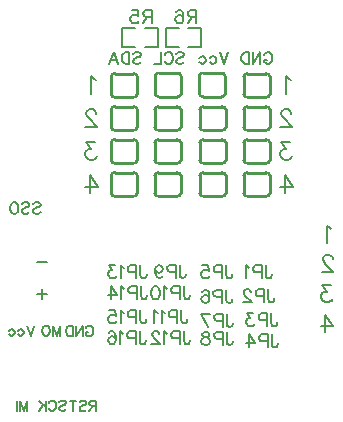
<source format=gbo>
G04 ---------------------------- Layer name :BOTTOM SILK LAYER*
G04 EasyEDA v5.5.15, Tue, 26 Jun 2018 10:07:45 GMT*
G04 6b00658ecf034e76a6cd097d3bdf46c6*
G04 Gerber Generator version 0.2*
G04 Scale: 100 percent, Rotated: No, Reflected: No *
G04 Dimensions in inches *
G04 leading zeros omitted , absolute positions ,2 integer and 4 decimal *
%FSLAX24Y24*%
%MOIN*%
G90*
G70D02*

%ADD10C,0.010000*%
%ADD32C,0.007874*%
%ADD33C,0.008000*%
%ADD37C,0.007000*%
%ADD38C,0.006000*%

%LPD*%
G54D32*
G01X4672Y13684D02*
G01X5105Y13684D01*
G01X5105Y14315D01*
G01X4672Y14315D01*
G01X4357Y13684D02*
G01X3924Y13684D01*
G01X3924Y14078D01*
G01X3924Y14315D01*
G01X4357Y14315D01*
G01X6122Y13684D02*
G01X6555Y13684D01*
G01X6555Y14315D01*
G01X6122Y14315D01*
G01X5807Y13684D02*
G01X5374Y13684D01*
G01X5374Y14078D01*
G01X5374Y14315D01*
G01X5807Y14315D01*
G54D10*
G01X8719Y12009D02*
G01X8100Y12009D01*
G01X8840Y12100D02*
G01X8840Y12700D01*
G01X7980Y12100D02*
G01X7980Y12700D01*
G01X8100Y12790D02*
G01X8719Y12790D01*
G01X8719Y10909D02*
G01X8100Y10909D01*
G01X8840Y11000D02*
G01X8840Y11600D01*
G01X7980Y11000D02*
G01X7980Y11600D01*
G01X8100Y11690D02*
G01X8719Y11690D01*
G01X8719Y9809D02*
G01X8100Y9809D01*
G01X8840Y9900D02*
G01X8840Y10500D01*
G01X7980Y9900D02*
G01X7980Y10500D01*
G01X8100Y10590D02*
G01X8719Y10590D01*
G01X8719Y8709D02*
G01X8100Y8709D01*
G01X8840Y8800D02*
G01X8840Y9400D01*
G01X7980Y8800D02*
G01X7980Y9400D01*
G01X8100Y9490D02*
G01X8719Y9490D01*
G01X6613Y12807D02*
G01X7232Y12807D01*
G01X6492Y12717D02*
G01X6492Y12117D01*
G01X7353Y12717D02*
G01X7353Y12117D01*
G01X7232Y12028D02*
G01X6613Y12028D01*
G01X6630Y11690D02*
G01X7250Y11690D01*
G01X6509Y11600D02*
G01X6509Y11000D01*
G01X7369Y11600D02*
G01X7369Y11000D01*
G01X7250Y10909D02*
G01X6630Y10909D01*
G01X6630Y10590D02*
G01X7250Y10590D01*
G01X6509Y10500D02*
G01X6509Y9900D01*
G01X7369Y10500D02*
G01X7369Y9900D01*
G01X7250Y9809D02*
G01X6630Y9809D01*
G01X6630Y9490D02*
G01X7250Y9490D01*
G01X6509Y9400D02*
G01X6509Y8800D01*
G01X7369Y9400D02*
G01X7369Y8800D01*
G01X7250Y8709D02*
G01X6630Y8709D01*
G01X5130Y11690D02*
G01X5750Y11690D01*
G01X5009Y11600D02*
G01X5009Y11000D01*
G01X5869Y11600D02*
G01X5869Y11000D01*
G01X5750Y10909D02*
G01X5130Y10909D01*
G01X5130Y10590D02*
G01X5750Y10590D01*
G01X5009Y10500D02*
G01X5009Y9900D01*
G01X5869Y10500D02*
G01X5869Y9900D01*
G01X5750Y9809D02*
G01X5130Y9809D01*
G01X5130Y9490D02*
G01X5750Y9490D01*
G01X5009Y9400D02*
G01X5009Y8800D01*
G01X5869Y9400D02*
G01X5869Y8800D01*
G01X5750Y8709D02*
G01X5130Y8709D01*
G01X3680Y12790D02*
G01X4300Y12790D01*
G01X3559Y12700D02*
G01X3559Y12100D01*
G01X4419Y12700D02*
G01X4419Y12100D01*
G01X4300Y12009D02*
G01X3680Y12009D01*
G01X3680Y11690D02*
G01X4300Y11690D01*
G01X3559Y11600D02*
G01X3559Y11000D01*
G01X4419Y11600D02*
G01X4419Y11000D01*
G01X4300Y10909D02*
G01X3680Y10909D01*
G01X3680Y10590D02*
G01X4300Y10590D01*
G01X3559Y10500D02*
G01X3559Y9900D01*
G01X4419Y10500D02*
G01X4419Y9900D01*
G01X4300Y9809D02*
G01X3680Y9809D01*
G01X3680Y9490D02*
G01X4300Y9490D01*
G01X3559Y9400D02*
G01X3559Y8800D01*
G01X4419Y9400D02*
G01X4419Y8800D01*
G01X4300Y8709D02*
G01X3680Y8709D01*
G01X5144Y12807D02*
G01X5765Y12807D01*
G01X5025Y12717D02*
G01X5025Y12117D01*
G01X5884Y12717D02*
G01X5884Y12117D01*
G01X5765Y12028D02*
G01X5144Y12028D01*
G54D37*
G01X4907Y14900D02*
G01X4907Y14471D01*
G01X4907Y14900D02*
G01X4723Y14900D01*
G01X4662Y14880D01*
G01X4641Y14860D01*
G01X4621Y14819D01*
G01X4621Y14778D01*
G01X4641Y14737D01*
G01X4662Y14716D01*
G01X4723Y14696D01*
G01X4907Y14696D01*
G01X4764Y14696D02*
G01X4621Y14471D01*
G01X4240Y14900D02*
G01X4445Y14900D01*
G01X4465Y14716D01*
G01X4445Y14737D01*
G01X4383Y14757D01*
G01X4322Y14757D01*
G01X4261Y14737D01*
G01X4220Y14696D01*
G01X4199Y14635D01*
G01X4199Y14594D01*
G01X4220Y14532D01*
G01X4261Y14491D01*
G01X4322Y14471D01*
G01X4383Y14471D01*
G01X4445Y14491D01*
G01X4465Y14512D01*
G01X4486Y14553D01*
G01X6387Y14900D02*
G01X6387Y14471D01*
G01X6387Y14900D02*
G01X6203Y14900D01*
G01X6142Y14880D01*
G01X6121Y14860D01*
G01X6101Y14819D01*
G01X6101Y14778D01*
G01X6121Y14737D01*
G01X6142Y14716D01*
G01X6203Y14696D01*
G01X6387Y14696D01*
G01X6244Y14696D02*
G01X6101Y14471D01*
G01X5720Y14839D02*
G01X5741Y14880D01*
G01X5802Y14900D01*
G01X5843Y14900D01*
G01X5904Y14880D01*
G01X5945Y14819D01*
G01X5966Y14716D01*
G01X5966Y14614D01*
G01X5945Y14532D01*
G01X5904Y14491D01*
G01X5843Y14471D01*
G01X5822Y14471D01*
G01X5761Y14491D01*
G01X5720Y14532D01*
G01X5700Y14594D01*
G01X5700Y14614D01*
G01X5720Y14675D01*
G01X5761Y14716D01*
G01X5822Y14737D01*
G01X5843Y14737D01*
G01X5904Y14716D01*
G01X5945Y14675D01*
G01X5966Y14614D01*
G01X8707Y6400D02*
G01X8707Y6073D01*
G01X8728Y6012D01*
G01X8748Y5991D01*
G01X8789Y5971D01*
G01X8830Y5971D01*
G01X8871Y5991D01*
G01X8892Y6012D01*
G01X8912Y6073D01*
G01X8912Y6114D01*
G01X8572Y6400D02*
G01X8572Y5971D01*
G01X8572Y6400D02*
G01X8388Y6400D01*
G01X8327Y6380D01*
G01X8307Y6360D01*
G01X8286Y6319D01*
G01X8286Y6257D01*
G01X8307Y6216D01*
G01X8327Y6196D01*
G01X8388Y6175D01*
G01X8572Y6175D01*
G01X8151Y6319D02*
G01X8110Y6339D01*
G01X8049Y6400D01*
G01X8049Y5971D01*
G01X8791Y5600D02*
G01X8791Y5273D01*
G01X8812Y5212D01*
G01X8832Y5191D01*
G01X8873Y5171D01*
G01X8914Y5171D01*
G01X8955Y5191D01*
G01X8976Y5212D01*
G01X8996Y5273D01*
G01X8996Y5314D01*
G01X8656Y5600D02*
G01X8656Y5171D01*
G01X8656Y5600D02*
G01X8472Y5600D01*
G01X8411Y5580D01*
G01X8391Y5560D01*
G01X8370Y5519D01*
G01X8370Y5457D01*
G01X8391Y5416D01*
G01X8411Y5396D01*
G01X8472Y5375D01*
G01X8656Y5375D01*
G01X8215Y5498D02*
G01X8215Y5519D01*
G01X8194Y5560D01*
G01X8174Y5580D01*
G01X8133Y5600D01*
G01X8051Y5600D01*
G01X8010Y5580D01*
G01X7990Y5560D01*
G01X7969Y5519D01*
G01X7969Y5478D01*
G01X7990Y5437D01*
G01X8031Y5375D01*
G01X8235Y5171D01*
G01X7949Y5171D01*
G01X8891Y4800D02*
G01X8891Y4473D01*
G01X8912Y4412D01*
G01X8932Y4391D01*
G01X8973Y4371D01*
G01X9014Y4371D01*
G01X9055Y4391D01*
G01X9076Y4412D01*
G01X9096Y4473D01*
G01X9096Y4514D01*
G01X8756Y4800D02*
G01X8756Y4371D01*
G01X8756Y4800D02*
G01X8572Y4800D01*
G01X8511Y4780D01*
G01X8491Y4760D01*
G01X8470Y4719D01*
G01X8470Y4657D01*
G01X8491Y4616D01*
G01X8511Y4596D01*
G01X8572Y4575D01*
G01X8756Y4575D01*
G01X8294Y4800D02*
G01X8069Y4800D01*
G01X8192Y4637D01*
G01X8131Y4637D01*
G01X8090Y4616D01*
G01X8069Y4596D01*
G01X8049Y4535D01*
G01X8049Y4494D01*
G01X8069Y4432D01*
G01X8110Y4391D01*
G01X8171Y4371D01*
G01X8233Y4371D01*
G01X8294Y4391D01*
G01X8315Y4412D01*
G01X8335Y4453D01*
G01X8912Y4100D02*
G01X8912Y3773D01*
G01X8933Y3712D01*
G01X8953Y3691D01*
G01X8994Y3671D01*
G01X9035Y3671D01*
G01X9076Y3691D01*
G01X9097Y3712D01*
G01X9117Y3773D01*
G01X9117Y3814D01*
G01X8777Y4100D02*
G01X8777Y3671D01*
G01X8777Y4100D02*
G01X8593Y4100D01*
G01X8532Y4080D01*
G01X8512Y4060D01*
G01X8491Y4019D01*
G01X8491Y3957D01*
G01X8512Y3916D01*
G01X8532Y3896D01*
G01X8593Y3875D01*
G01X8777Y3875D01*
G01X8152Y4100D02*
G01X8356Y3814D01*
G01X8049Y3814D01*
G01X8152Y4100D02*
G01X8152Y3671D01*
G01X7391Y6399D02*
G01X7391Y6072D01*
G01X7412Y6011D01*
G01X7432Y5990D01*
G01X7473Y5970D01*
G01X7514Y5970D01*
G01X7555Y5990D01*
G01X7576Y6011D01*
G01X7596Y6072D01*
G01X7596Y6113D01*
G01X7256Y6399D02*
G01X7256Y5970D01*
G01X7256Y6399D02*
G01X7072Y6399D01*
G01X7011Y6379D01*
G01X6991Y6359D01*
G01X6970Y6318D01*
G01X6970Y6256D01*
G01X6991Y6215D01*
G01X7011Y6195D01*
G01X7072Y6174D01*
G01X7256Y6174D01*
G01X6590Y6399D02*
G01X6794Y6399D01*
G01X6815Y6215D01*
G01X6794Y6236D01*
G01X6733Y6256D01*
G01X6671Y6256D01*
G01X6610Y6236D01*
G01X6569Y6195D01*
G01X6549Y6134D01*
G01X6549Y6093D01*
G01X6569Y6031D01*
G01X6610Y5990D01*
G01X6671Y5970D01*
G01X6733Y5970D01*
G01X6794Y5990D01*
G01X6815Y6011D01*
G01X6835Y6052D01*
G01X7388Y5581D02*
G01X7388Y5254D01*
G01X7409Y5193D01*
G01X7429Y5172D01*
G01X7470Y5152D01*
G01X7511Y5152D01*
G01X7552Y5172D01*
G01X7573Y5193D01*
G01X7593Y5254D01*
G01X7593Y5295D01*
G01X7253Y5581D02*
G01X7253Y5152D01*
G01X7253Y5581D02*
G01X7069Y5581D01*
G01X7008Y5561D01*
G01X6988Y5541D01*
G01X6967Y5500D01*
G01X6967Y5438D01*
G01X6988Y5397D01*
G01X7008Y5377D01*
G01X7069Y5356D01*
G01X7253Y5356D01*
G01X6587Y5520D02*
G01X6607Y5561D01*
G01X6668Y5581D01*
G01X6709Y5581D01*
G01X6771Y5561D01*
G01X6812Y5500D01*
G01X6832Y5397D01*
G01X6832Y5295D01*
G01X6812Y5213D01*
G01X6771Y5172D01*
G01X6709Y5152D01*
G01X6689Y5152D01*
G01X6628Y5172D01*
G01X6587Y5213D01*
G01X6566Y5275D01*
G01X6566Y5295D01*
G01X6587Y5356D01*
G01X6628Y5397D01*
G01X6689Y5418D01*
G01X6709Y5418D01*
G01X6771Y5397D01*
G01X6812Y5356D01*
G01X6832Y5295D01*
G01X7409Y4782D02*
G01X7409Y4455D01*
G01X7430Y4394D01*
G01X7450Y4373D01*
G01X7491Y4353D01*
G01X7532Y4353D01*
G01X7573Y4373D01*
G01X7594Y4394D01*
G01X7614Y4455D01*
G01X7614Y4496D01*
G01X7274Y4782D02*
G01X7274Y4353D01*
G01X7274Y4782D02*
G01X7090Y4782D01*
G01X7029Y4762D01*
G01X7009Y4742D01*
G01X6988Y4701D01*
G01X6988Y4639D01*
G01X7009Y4598D01*
G01X7029Y4578D01*
G01X7090Y4557D01*
G01X7274Y4557D01*
G01X6567Y4782D02*
G01X6771Y4353D01*
G01X6853Y4782D02*
G01X6567Y4782D01*
G01X7409Y4182D02*
G01X7409Y3855D01*
G01X7430Y3794D01*
G01X7450Y3773D01*
G01X7491Y3753D01*
G01X7532Y3753D01*
G01X7573Y3773D01*
G01X7594Y3794D01*
G01X7614Y3855D01*
G01X7614Y3896D01*
G01X7274Y4182D02*
G01X7274Y3753D01*
G01X7274Y4182D02*
G01X7090Y4182D01*
G01X7029Y4162D01*
G01X7009Y4142D01*
G01X6988Y4101D01*
G01X6988Y4039D01*
G01X7009Y3998D01*
G01X7029Y3978D01*
G01X7090Y3957D01*
G01X7274Y3957D01*
G01X6751Y4182D02*
G01X6812Y4162D01*
G01X6833Y4121D01*
G01X6833Y4080D01*
G01X6812Y4039D01*
G01X6771Y4019D01*
G01X6689Y3998D01*
G01X6628Y3978D01*
G01X6587Y3937D01*
G01X6567Y3896D01*
G01X6567Y3835D01*
G01X6587Y3794D01*
G01X6608Y3773D01*
G01X6669Y3753D01*
G01X6751Y3753D01*
G01X6812Y3773D01*
G01X6833Y3794D01*
G01X6853Y3835D01*
G01X6853Y3896D01*
G01X6833Y3937D01*
G01X6792Y3978D01*
G01X6730Y3998D01*
G01X6649Y4019D01*
G01X6608Y4039D01*
G01X6587Y4080D01*
G01X6587Y4121D01*
G01X6608Y4162D01*
G01X6669Y4182D01*
G01X6751Y4182D01*
G01X5980Y5699D02*
G01X5980Y5372D01*
G01X6001Y5311D01*
G01X6021Y5290D01*
G01X6062Y5270D01*
G01X6103Y5270D01*
G01X6144Y5290D01*
G01X6165Y5311D01*
G01X6185Y5372D01*
G01X6185Y5413D01*
G01X5845Y5699D02*
G01X5845Y5270D01*
G01X5845Y5699D02*
G01X5661Y5699D01*
G01X5600Y5679D01*
G01X5580Y5659D01*
G01X5559Y5618D01*
G01X5559Y5556D01*
G01X5580Y5515D01*
G01X5600Y5495D01*
G01X5661Y5474D01*
G01X5845Y5474D01*
G01X5424Y5618D02*
G01X5383Y5638D01*
G01X5322Y5699D01*
G01X5322Y5270D01*
G01X5064Y5699D02*
G01X5125Y5679D01*
G01X5166Y5618D01*
G01X5187Y5515D01*
G01X5187Y5454D01*
G01X5166Y5352D01*
G01X5125Y5290D01*
G01X5064Y5270D01*
G01X5023Y5270D01*
G01X4962Y5290D01*
G01X4921Y5352D01*
G01X4900Y5454D01*
G01X4900Y5515D01*
G01X4921Y5618D01*
G01X4962Y5679D01*
G01X5023Y5699D01*
G01X5064Y5699D01*
G01X5895Y4899D02*
G01X5895Y4572D01*
G01X5916Y4511D01*
G01X5936Y4490D01*
G01X5977Y4470D01*
G01X6018Y4470D01*
G01X6059Y4490D01*
G01X6080Y4511D01*
G01X6100Y4572D01*
G01X6100Y4613D01*
G01X5760Y4899D02*
G01X5760Y4470D01*
G01X5760Y4899D02*
G01X5576Y4899D01*
G01X5515Y4879D01*
G01X5495Y4859D01*
G01X5474Y4818D01*
G01X5474Y4756D01*
G01X5495Y4715D01*
G01X5515Y4695D01*
G01X5576Y4674D01*
G01X5760Y4674D01*
G01X5339Y4818D02*
G01X5298Y4838D01*
G01X5237Y4899D01*
G01X5237Y4470D01*
G01X5102Y4818D02*
G01X5061Y4838D01*
G01X5000Y4899D01*
G01X5000Y4470D01*
G01X5980Y4200D02*
G01X5980Y3873D01*
G01X6001Y3812D01*
G01X6021Y3791D01*
G01X6062Y3771D01*
G01X6103Y3771D01*
G01X6144Y3791D01*
G01X6165Y3812D01*
G01X6185Y3873D01*
G01X6185Y3914D01*
G01X5845Y4200D02*
G01X5845Y3771D01*
G01X5845Y4200D02*
G01X5661Y4200D01*
G01X5600Y4180D01*
G01X5580Y4160D01*
G01X5559Y4119D01*
G01X5559Y4057D01*
G01X5580Y4016D01*
G01X5600Y3996D01*
G01X5661Y3975D01*
G01X5845Y3975D01*
G01X5424Y4119D02*
G01X5383Y4139D01*
G01X5322Y4200D01*
G01X5322Y3771D01*
G01X5166Y4098D02*
G01X5166Y4119D01*
G01X5146Y4160D01*
G01X5125Y4180D01*
G01X5085Y4200D01*
G01X5003Y4200D01*
G01X4962Y4180D01*
G01X4941Y4160D01*
G01X4921Y4119D01*
G01X4921Y4078D01*
G01X4941Y4037D01*
G01X4982Y3975D01*
G01X5187Y3771D01*
G01X4900Y3771D01*
G01X4530Y6400D02*
G01X4530Y6073D01*
G01X4551Y6012D01*
G01X4571Y5991D01*
G01X4612Y5971D01*
G01X4653Y5971D01*
G01X4694Y5991D01*
G01X4715Y6012D01*
G01X4735Y6073D01*
G01X4735Y6114D01*
G01X4395Y6400D02*
G01X4395Y5971D01*
G01X4395Y6400D02*
G01X4211Y6400D01*
G01X4150Y6380D01*
G01X4130Y6360D01*
G01X4109Y6319D01*
G01X4109Y6257D01*
G01X4130Y6216D01*
G01X4150Y6196D01*
G01X4211Y6175D01*
G01X4395Y6175D01*
G01X3974Y6319D02*
G01X3933Y6339D01*
G01X3872Y6400D01*
G01X3872Y5971D01*
G01X3696Y6400D02*
G01X3471Y6400D01*
G01X3594Y6237D01*
G01X3532Y6237D01*
G01X3491Y6216D01*
G01X3471Y6196D01*
G01X3450Y6135D01*
G01X3450Y6094D01*
G01X3471Y6032D01*
G01X3512Y5991D01*
G01X3573Y5971D01*
G01X3635Y5971D01*
G01X3696Y5991D01*
G01X3716Y6012D01*
G01X3737Y6053D01*
G01X4549Y5699D02*
G01X4549Y5372D01*
G01X4570Y5311D01*
G01X4590Y5290D01*
G01X4631Y5270D01*
G01X4672Y5270D01*
G01X4713Y5290D01*
G01X4734Y5311D01*
G01X4754Y5372D01*
G01X4754Y5413D01*
G01X4414Y5699D02*
G01X4414Y5270D01*
G01X4414Y5699D02*
G01X4230Y5699D01*
G01X4169Y5679D01*
G01X4149Y5659D01*
G01X4128Y5618D01*
G01X4128Y5556D01*
G01X4149Y5515D01*
G01X4169Y5495D01*
G01X4230Y5474D01*
G01X4414Y5474D01*
G01X3993Y5618D02*
G01X3952Y5638D01*
G01X3891Y5699D01*
G01X3891Y5270D01*
G01X3551Y5699D02*
G01X3756Y5413D01*
G01X3449Y5413D01*
G01X3551Y5699D02*
G01X3551Y5270D01*
G01X4529Y4899D02*
G01X4529Y4572D01*
G01X4550Y4511D01*
G01X4570Y4490D01*
G01X4611Y4470D01*
G01X4652Y4470D01*
G01X4693Y4490D01*
G01X4714Y4511D01*
G01X4734Y4572D01*
G01X4734Y4613D01*
G01X4394Y4899D02*
G01X4394Y4470D01*
G01X4394Y4899D02*
G01X4210Y4899D01*
G01X4149Y4879D01*
G01X4129Y4859D01*
G01X4108Y4818D01*
G01X4108Y4756D01*
G01X4129Y4715D01*
G01X4149Y4695D01*
G01X4210Y4674D01*
G01X4394Y4674D01*
G01X3973Y4818D02*
G01X3932Y4838D01*
G01X3871Y4899D01*
G01X3871Y4470D01*
G01X3490Y4899D02*
G01X3695Y4899D01*
G01X3715Y4715D01*
G01X3695Y4736D01*
G01X3634Y4756D01*
G01X3572Y4756D01*
G01X3511Y4736D01*
G01X3470Y4695D01*
G01X3449Y4634D01*
G01X3449Y4593D01*
G01X3470Y4531D01*
G01X3511Y4490D01*
G01X3572Y4470D01*
G01X3634Y4470D01*
G01X3695Y4490D01*
G01X3715Y4511D01*
G01X3736Y4552D01*
G01X4509Y4200D02*
G01X4509Y3873D01*
G01X4530Y3812D01*
G01X4550Y3791D01*
G01X4591Y3771D01*
G01X4632Y3771D01*
G01X4673Y3791D01*
G01X4694Y3812D01*
G01X4714Y3873D01*
G01X4714Y3914D01*
G01X4374Y4200D02*
G01X4374Y3771D01*
G01X4374Y4200D02*
G01X4190Y4200D01*
G01X4129Y4180D01*
G01X4109Y4160D01*
G01X4088Y4119D01*
G01X4088Y4057D01*
G01X4109Y4016D01*
G01X4129Y3996D01*
G01X4190Y3975D01*
G01X4374Y3975D01*
G01X3953Y4119D02*
G01X3912Y4139D01*
G01X3851Y4200D01*
G01X3851Y3771D01*
G01X3470Y4139D02*
G01X3491Y4180D01*
G01X3552Y4200D01*
G01X3593Y4200D01*
G01X3654Y4180D01*
G01X3695Y4119D01*
G01X3716Y4016D01*
G01X3716Y3914D01*
G01X3695Y3832D01*
G01X3654Y3791D01*
G01X3593Y3771D01*
G01X3573Y3771D01*
G01X3511Y3791D01*
G01X3470Y3832D01*
G01X3450Y3894D01*
G01X3450Y3914D01*
G01X3470Y3975D01*
G01X3511Y4016D01*
G01X3573Y4037D01*
G01X3593Y4037D01*
G01X3654Y4016D01*
G01X3695Y3975D01*
G01X3716Y3914D01*
G01X5836Y6417D02*
G01X5836Y6090D01*
G01X5857Y6029D01*
G01X5878Y6008D01*
G01X5919Y5988D01*
G01X5959Y5988D01*
G01X6001Y6008D01*
G01X6021Y6029D01*
G01X6042Y6090D01*
G01X6042Y6131D01*
G01X5701Y6417D02*
G01X5701Y5988D01*
G01X5701Y6417D02*
G01X5517Y6417D01*
G01X5457Y6397D01*
G01X5436Y6377D01*
G01X5415Y6336D01*
G01X5415Y6274D01*
G01X5436Y6233D01*
G01X5457Y6213D01*
G01X5517Y6192D01*
G01X5701Y6192D01*
G01X5015Y6274D02*
G01X5036Y6213D01*
G01X5076Y6172D01*
G01X5138Y6152D01*
G01X5157Y6152D01*
G01X5219Y6172D01*
G01X5261Y6213D01*
G01X5280Y6274D01*
G01X5280Y6295D01*
G01X5261Y6356D01*
G01X5219Y6397D01*
G01X5157Y6417D01*
G01X5138Y6417D01*
G01X5076Y6397D01*
G01X5036Y6356D01*
G01X5015Y6274D01*
G01X5015Y6172D01*
G01X5036Y6070D01*
G01X5076Y6008D01*
G01X5138Y5988D01*
G01X5178Y5988D01*
G01X5240Y6008D01*
G01X5261Y6049D01*
G54D33*
G01X8649Y13408D02*
G01X8667Y13445D01*
G01X8703Y13481D01*
G01X8740Y13499D01*
G01X8812Y13499D01*
G01X8849Y13481D01*
G01X8885Y13445D01*
G01X8903Y13408D01*
G01X8921Y13354D01*
G01X8921Y13263D01*
G01X8903Y13208D01*
G01X8885Y13172D01*
G01X8849Y13136D01*
G01X8812Y13117D01*
G01X8740Y13117D01*
G01X8703Y13136D01*
G01X8667Y13172D01*
G01X8649Y13208D01*
G01X8649Y13263D01*
G01X8740Y13263D02*
G01X8649Y13263D01*
G01X8529Y13499D02*
G01X8529Y13117D01*
G01X8529Y13499D02*
G01X8274Y13117D01*
G01X8274Y13499D02*
G01X8274Y13117D01*
G01X8154Y13499D02*
G01X8154Y13117D01*
G01X8154Y13499D02*
G01X8027Y13499D01*
G01X7972Y13481D01*
G01X7936Y13445D01*
G01X7918Y13408D01*
G01X7900Y13354D01*
G01X7900Y13263D01*
G01X7918Y13208D01*
G01X7936Y13172D01*
G01X7972Y13136D01*
G01X8027Y13117D01*
G01X8154Y13117D01*
G01X7467Y13499D02*
G01X7321Y13118D01*
G01X7176Y13499D02*
G01X7321Y13118D01*
G01X6838Y13318D02*
G01X6874Y13354D01*
G01X6910Y13372D01*
G01X6965Y13372D01*
G01X7001Y13354D01*
G01X7038Y13318D01*
G01X7056Y13263D01*
G01X7056Y13227D01*
G01X7038Y13172D01*
G01X7001Y13136D01*
G01X6965Y13118D01*
G01X6910Y13118D01*
G01X6874Y13136D01*
G01X6838Y13172D01*
G01X6499Y13318D02*
G01X6536Y13354D01*
G01X6572Y13372D01*
G01X6627Y13372D01*
G01X6663Y13354D01*
G01X6699Y13318D01*
G01X6718Y13263D01*
G01X6718Y13227D01*
G01X6699Y13172D01*
G01X6663Y13136D01*
G01X6627Y13118D01*
G01X6572Y13118D01*
G01X6536Y13136D01*
G01X6499Y13172D01*
G01X5731Y13445D02*
G01X5767Y13481D01*
G01X5821Y13499D01*
G01X5894Y13499D01*
G01X5949Y13481D01*
G01X5985Y13445D01*
G01X5985Y13409D01*
G01X5967Y13372D01*
G01X5949Y13354D01*
G01X5912Y13336D01*
G01X5803Y13299D01*
G01X5767Y13281D01*
G01X5749Y13263D01*
G01X5731Y13227D01*
G01X5731Y13172D01*
G01X5767Y13136D01*
G01X5821Y13118D01*
G01X5894Y13118D01*
G01X5949Y13136D01*
G01X5985Y13172D01*
G01X5338Y13409D02*
G01X5356Y13445D01*
G01X5392Y13481D01*
G01X5429Y13499D01*
G01X5501Y13499D01*
G01X5538Y13481D01*
G01X5574Y13445D01*
G01X5592Y13409D01*
G01X5611Y13354D01*
G01X5611Y13263D01*
G01X5592Y13209D01*
G01X5574Y13172D01*
G01X5538Y13136D01*
G01X5501Y13118D01*
G01X5429Y13118D01*
G01X5392Y13136D01*
G01X5356Y13172D01*
G01X5338Y13209D01*
G01X5218Y13499D02*
G01X5218Y13118D01*
G01X5218Y13118D02*
G01X5000Y13118D01*
G01X4285Y13445D02*
G01X4321Y13481D01*
G01X4376Y13499D01*
G01X4448Y13499D01*
G01X4503Y13481D01*
G01X4539Y13445D01*
G01X4539Y13408D01*
G01X4521Y13372D01*
G01X4503Y13354D01*
G01X4467Y13336D01*
G01X4357Y13299D01*
G01X4321Y13281D01*
G01X4303Y13263D01*
G01X4285Y13227D01*
G01X4285Y13172D01*
G01X4321Y13136D01*
G01X4376Y13118D01*
G01X4448Y13118D01*
G01X4503Y13136D01*
G01X4539Y13172D01*
G01X4165Y13499D02*
G01X4165Y13118D01*
G01X4165Y13499D02*
G01X4037Y13499D01*
G01X3983Y13481D01*
G01X3947Y13445D01*
G01X3928Y13408D01*
G01X3910Y13354D01*
G01X3910Y13263D01*
G01X3928Y13208D01*
G01X3947Y13172D01*
G01X3983Y13136D01*
G01X4037Y13118D01*
G01X4165Y13118D01*
G01X3645Y13499D02*
G01X3790Y13118D01*
G01X3645Y13499D02*
G01X3499Y13118D01*
G01X3736Y13245D02*
G01X3554Y13245D01*
G01X10900Y7618D02*
G01X10845Y7645D01*
G01X10763Y7727D01*
G01X10763Y7154D01*
G01X10936Y6617D02*
G01X10936Y6645D01*
G01X10909Y6699D01*
G01X10882Y6726D01*
G01X10827Y6754D01*
G01X10718Y6754D01*
G01X10664Y6726D01*
G01X10636Y6699D01*
G01X10609Y6645D01*
G01X10609Y6590D01*
G01X10636Y6536D01*
G01X10691Y6454D01*
G01X10964Y6181D01*
G01X10582Y6181D01*
G01X10877Y5749D02*
G01X10577Y5749D01*
G01X10741Y5531D01*
G01X10659Y5531D01*
G01X10604Y5504D01*
G01X10577Y5477D01*
G01X10550Y5395D01*
G01X10550Y5340D01*
G01X10577Y5259D01*
G01X10631Y5204D01*
G01X10713Y5177D01*
G01X10795Y5177D01*
G01X10877Y5204D01*
G01X10904Y5231D01*
G01X10931Y5286D01*
G01X10691Y4754D02*
G01X10964Y4372D01*
G01X10554Y4372D01*
G01X10691Y4754D02*
G01X10691Y4181D01*
G01X9536Y12590D02*
G01X9481Y12618D01*
G01X9399Y12699D01*
G01X9399Y12127D01*
G01X9554Y11463D02*
G01X9554Y11490D01*
G01X9527Y11545D01*
G01X9500Y11572D01*
G01X9445Y11599D01*
G01X9336Y11599D01*
G01X9281Y11572D01*
G01X9254Y11545D01*
G01X9227Y11490D01*
G01X9227Y11436D01*
G01X9254Y11381D01*
G01X9309Y11299D01*
G01X9581Y11027D01*
G01X9200Y11027D01*
G01X9527Y10499D02*
G01X9227Y10499D01*
G01X9391Y10281D01*
G01X9309Y10281D01*
G01X9254Y10254D01*
G01X9227Y10227D01*
G01X9200Y10145D01*
G01X9200Y10090D01*
G01X9227Y10009D01*
G01X9281Y9954D01*
G01X9363Y9927D01*
G01X9445Y9927D01*
G01X9527Y9954D01*
G01X9554Y9981D01*
G01X9581Y10036D01*
G01X9336Y9399D02*
G01X9608Y9018D01*
G01X9199Y9018D01*
G01X9336Y9399D02*
G01X9336Y8827D01*
G01X3036Y12590D02*
G01X2981Y12618D01*
G01X2899Y12699D01*
G01X2899Y12127D01*
G01X3054Y11463D02*
G01X3054Y11490D01*
G01X3027Y11545D01*
G01X3000Y11572D01*
G01X2945Y11600D01*
G01X2836Y11600D01*
G01X2781Y11572D01*
G01X2754Y11545D01*
G01X2727Y11490D01*
G01X2727Y11436D01*
G01X2754Y11381D01*
G01X2809Y11300D01*
G01X3081Y11027D01*
G01X2700Y11027D01*
G01X3027Y10500D02*
G01X2727Y10500D01*
G01X2891Y10281D01*
G01X2809Y10281D01*
G01X2754Y10254D01*
G01X2727Y10227D01*
G01X2700Y10145D01*
G01X2700Y10090D01*
G01X2727Y10009D01*
G01X2782Y9954D01*
G01X2863Y9927D01*
G01X2945Y9927D01*
G01X3027Y9954D01*
G01X3054Y9981D01*
G01X3082Y10036D01*
G01X2836Y9400D02*
G01X3109Y9018D01*
G01X2700Y9018D01*
G01X2836Y9400D02*
G01X2836Y8827D01*
G01X948Y8445D02*
G01X985Y8481D01*
G01X1039Y8499D01*
G01X1112Y8499D01*
G01X1167Y8481D01*
G01X1203Y8445D01*
G01X1203Y8408D01*
G01X1185Y8372D01*
G01X1167Y8354D01*
G01X1130Y8336D01*
G01X1021Y8299D01*
G01X985Y8281D01*
G01X967Y8263D01*
G01X948Y8227D01*
G01X948Y8172D01*
G01X985Y8136D01*
G01X1039Y8117D01*
G01X1112Y8117D01*
G01X1167Y8136D01*
G01X1203Y8172D01*
G01X574Y8445D02*
G01X610Y8481D01*
G01X665Y8499D01*
G01X738Y8499D01*
G01X792Y8481D01*
G01X828Y8445D01*
G01X828Y8408D01*
G01X810Y8372D01*
G01X792Y8354D01*
G01X756Y8336D01*
G01X647Y8299D01*
G01X610Y8281D01*
G01X592Y8263D01*
G01X574Y8227D01*
G01X574Y8172D01*
G01X610Y8136D01*
G01X665Y8117D01*
G01X738Y8117D01*
G01X792Y8136D01*
G01X828Y8172D01*
G01X345Y8499D02*
G01X399Y8481D01*
G01X436Y8427D01*
G01X454Y8336D01*
G01X454Y8281D01*
G01X436Y8190D01*
G01X399Y8136D01*
G01X345Y8117D01*
G01X308Y8117D01*
G01X254Y8136D01*
G01X218Y8190D01*
G01X199Y8281D01*
G01X199Y8336D01*
G01X218Y8427D01*
G01X254Y8481D01*
G01X308Y8499D01*
G01X345Y8499D01*
G01X1263Y5600D02*
G01X1263Y5272D01*
G01X1427Y5436D02*
G01X1099Y5436D01*
G01X1427Y6499D02*
G01X1099Y6499D01*
G54D38*
G01X1000Y4390D02*
G01X872Y4056D01*
G01X745Y4390D02*
G01X872Y4056D01*
G01X449Y4231D02*
G01X481Y4263D01*
G01X513Y4279D01*
G01X560Y4279D01*
G01X592Y4263D01*
G01X624Y4231D01*
G01X640Y4184D01*
G01X640Y4152D01*
G01X624Y4104D01*
G01X592Y4072D01*
G01X560Y4056D01*
G01X513Y4056D01*
G01X481Y4072D01*
G01X449Y4104D01*
G01X153Y4231D02*
G01X185Y4263D01*
G01X217Y4279D01*
G01X265Y4279D01*
G01X296Y4263D01*
G01X328Y4231D01*
G01X344Y4184D01*
G01X344Y4152D01*
G01X328Y4104D01*
G01X296Y4072D01*
G01X265Y4056D01*
G01X217Y4056D01*
G01X185Y4072D01*
G01X153Y4104D01*
G01X1867Y4390D02*
G01X1867Y4056D01*
G01X1867Y4390D02*
G01X1740Y4056D01*
G01X1613Y4390D02*
G01X1740Y4056D01*
G01X1613Y4390D02*
G01X1613Y4056D01*
G01X1412Y4390D02*
G01X1444Y4374D01*
G01X1476Y4343D01*
G01X1492Y4311D01*
G01X1508Y4263D01*
G01X1508Y4184D01*
G01X1492Y4136D01*
G01X1476Y4104D01*
G01X1444Y4072D01*
G01X1412Y4056D01*
G01X1349Y4056D01*
G01X1317Y4072D01*
G01X1285Y4104D01*
G01X1269Y4136D01*
G01X1253Y4184D01*
G01X1253Y4263D01*
G01X1269Y4311D01*
G01X1285Y4343D01*
G01X1317Y4374D01*
G01X1349Y4390D01*
G01X1412Y4390D01*
G01X763Y1890D02*
G01X763Y1556D01*
G01X763Y1890D02*
G01X635Y1556D01*
G01X508Y1890D02*
G01X635Y1556D01*
G01X508Y1890D02*
G01X508Y1556D01*
G01X403Y1890D02*
G01X403Y1556D01*
G01X1824Y1843D02*
G01X1856Y1874D01*
G01X1904Y1890D01*
G01X1968Y1890D01*
G01X2015Y1874D01*
G01X2047Y1843D01*
G01X2047Y1811D01*
G01X2031Y1779D01*
G01X2015Y1763D01*
G01X1983Y1747D01*
G01X1888Y1715D01*
G01X1856Y1699D01*
G01X1840Y1684D01*
G01X1824Y1652D01*
G01X1824Y1604D01*
G01X1856Y1572D01*
G01X1904Y1556D01*
G01X1968Y1556D01*
G01X2015Y1572D01*
G01X2047Y1604D01*
G01X1481Y1811D02*
G01X1497Y1843D01*
G01X1528Y1874D01*
G01X1560Y1890D01*
G01X1624Y1890D01*
G01X1656Y1874D01*
G01X1688Y1843D01*
G01X1703Y1811D01*
G01X1719Y1763D01*
G01X1719Y1684D01*
G01X1703Y1636D01*
G01X1688Y1604D01*
G01X1656Y1572D01*
G01X1624Y1556D01*
G01X1560Y1556D01*
G01X1528Y1572D01*
G01X1497Y1604D01*
G01X1481Y1636D01*
G01X1376Y1890D02*
G01X1376Y1556D01*
G01X1153Y1890D02*
G01X1376Y1668D01*
G01X1296Y1747D02*
G01X1153Y1556D01*
G01X3053Y1881D02*
G01X3053Y1547D01*
G01X3053Y1881D02*
G01X2910Y1881D01*
G01X2862Y1865D01*
G01X2846Y1850D01*
G01X2830Y1818D01*
G01X2830Y1786D01*
G01X2846Y1754D01*
G01X2862Y1738D01*
G01X2910Y1722D01*
G01X3053Y1722D01*
G01X2942Y1722D02*
G01X2830Y1547D01*
G01X2503Y1834D02*
G01X2534Y1865D01*
G01X2582Y1881D01*
G01X2646Y1881D01*
G01X2694Y1865D01*
G01X2725Y1834D01*
G01X2725Y1802D01*
G01X2709Y1770D01*
G01X2694Y1754D01*
G01X2662Y1738D01*
G01X2566Y1706D01*
G01X2534Y1690D01*
G01X2519Y1675D01*
G01X2503Y1643D01*
G01X2503Y1595D01*
G01X2534Y1563D01*
G01X2582Y1547D01*
G01X2646Y1547D01*
G01X2694Y1563D01*
G01X2725Y1595D01*
G01X2286Y1881D02*
G01X2286Y1547D01*
G01X2398Y1881D02*
G01X2175Y1881D01*
G01X2714Y4302D02*
G01X2730Y4334D01*
G01X2762Y4365D01*
G01X2794Y4381D01*
G01X2858Y4381D01*
G01X2889Y4365D01*
G01X2921Y4334D01*
G01X2937Y4302D01*
G01X2953Y4254D01*
G01X2953Y4175D01*
G01X2937Y4127D01*
G01X2921Y4095D01*
G01X2889Y4063D01*
G01X2858Y4047D01*
G01X2794Y4047D01*
G01X2762Y4063D01*
G01X2730Y4095D01*
G01X2714Y4127D01*
G01X2714Y4175D01*
G01X2794Y4175D02*
G01X2714Y4175D01*
G01X2609Y4381D02*
G01X2609Y4047D01*
G01X2609Y4381D02*
G01X2387Y4047D01*
G01X2387Y4381D02*
G01X2387Y4047D01*
G01X2282Y4381D02*
G01X2282Y4047D01*
G01X2282Y4381D02*
G01X2170Y4381D01*
G01X2123Y4365D01*
G01X2091Y4334D01*
G01X2075Y4302D01*
G01X2059Y4254D01*
G01X2059Y4175D01*
G01X2075Y4127D01*
G01X2091Y4095D01*
G01X2123Y4063D01*
G01X2170Y4047D01*
G01X2282Y4047D01*
G54D10*
G75*
G01X8725Y12794D02*
G2X8843Y12695I10J-108D01*
G01*
G75*
G01X7977Y12695D02*
G2X8095Y12794I108J-10D01*
G01*
G75*
G01X7977Y12105D02*
G3X8095Y12006I108J10D01*
G01*
G75*
G01X8725Y12006D02*
G3X8843Y12105I10J108D01*
G01*
G75*
G01X8725Y11694D02*
G2X8843Y11595I10J-108D01*
G01*
G75*
G01X7977Y11595D02*
G2X8095Y11694I108J-10D01*
G01*
G75*
G01X7977Y11005D02*
G3X8095Y10906I108J10D01*
G01*
G75*
G01X8725Y10906D02*
G3X8843Y11005I10J108D01*
G01*
G75*
G01X8725Y10594D02*
G2X8843Y10495I10J-108D01*
G01*
G75*
G01X7977Y10495D02*
G2X8095Y10594I108J-10D01*
G01*
G75*
G01X7977Y9905D02*
G3X8095Y9806I108J10D01*
G01*
G75*
G01X8725Y9806D02*
G3X8843Y9905I10J108D01*
G01*
G75*
G01X8725Y9494D02*
G2X8843Y9395I10J-108D01*
G01*
G75*
G01X7977Y9395D02*
G2X8095Y9494I108J-10D01*
G01*
G75*
G01X7977Y8805D02*
G3X8095Y8706I108J10D01*
G01*
G75*
G01X8725Y8706D02*
G3X8843Y8805I10J108D01*
G01*
G75*
G01X6608Y12024D02*
G2X6490Y12123I-10J108D01*
G01*
G75*
G01X7356Y12123D02*
G2X7238Y12024I-108J10D01*
G01*
G75*
G01X7356Y12713D02*
G3X7238Y12812I-108J-10D01*
G01*
G75*
G01X6608Y12812D02*
G3X6490Y12713I-10J-108D01*
G01*
G75*
G01X6625Y10906D02*
G2X6507Y11005I-10J108D01*
G01*
G75*
G01X7373Y11005D02*
G2X7255Y10906I-108J10D01*
G01*
G75*
G01X7373Y11595D02*
G3X7255Y11694I-108J-10D01*
G01*
G75*
G01X6625Y11694D02*
G3X6507Y11595I-10J-108D01*
G01*
G75*
G01X6625Y9806D02*
G2X6507Y9905I-10J108D01*
G01*
G75*
G01X7373Y9905D02*
G2X7255Y9806I-108J10D01*
G01*
G75*
G01X7373Y10495D02*
G3X7255Y10594I-108J-10D01*
G01*
G75*
G01X6625Y10594D02*
G3X6507Y10495I-10J-108D01*
G01*
G75*
G01X6625Y8706D02*
G2X6507Y8805I-10J108D01*
G01*
G75*
G01X7373Y8805D02*
G2X7255Y8706I-108J10D01*
G01*
G75*
G01X7373Y9395D02*
G3X7255Y9494I-108J-10D01*
G01*
G75*
G01X6625Y9494D02*
G3X6507Y9395I-10J-108D01*
G01*
G75*
G01X5125Y10906D02*
G2X5007Y11005I-10J108D01*
G01*
G75*
G01X5873Y11005D02*
G2X5755Y10906I-108J10D01*
G01*
G75*
G01X5873Y11595D02*
G3X5755Y11694I-108J-10D01*
G01*
G75*
G01X5125Y11694D02*
G3X5007Y11595I-10J-108D01*
G01*
G75*
G01X5125Y9806D02*
G2X5007Y9905I-10J108D01*
G01*
G75*
G01X5873Y9905D02*
G2X5755Y9806I-108J10D01*
G01*
G75*
G01X5873Y10495D02*
G3X5755Y10594I-108J-10D01*
G01*
G75*
G01X5125Y10594D02*
G3X5007Y10495I-10J-108D01*
G01*
G75*
G01X5125Y8706D02*
G2X5007Y8805I-10J108D01*
G01*
G75*
G01X5873Y8805D02*
G2X5755Y8706I-108J10D01*
G01*
G75*
G01X5873Y9395D02*
G3X5755Y9494I-108J-10D01*
G01*
G75*
G01X5125Y9494D02*
G3X5007Y9395I-10J-108D01*
G01*
G75*
G01X3675Y12006D02*
G2X3557Y12105I-10J108D01*
G01*
G75*
G01X4423Y12105D02*
G2X4305Y12006I-108J10D01*
G01*
G75*
G01X4423Y12695D02*
G3X4305Y12794I-108J-10D01*
G01*
G75*
G01X3675Y12794D02*
G3X3557Y12695I-10J-108D01*
G01*
G75*
G01X3675Y10906D02*
G2X3557Y11005I-10J108D01*
G01*
G75*
G01X4423Y11005D02*
G2X4305Y10906I-108J10D01*
G01*
G75*
G01X4423Y11595D02*
G3X4305Y11694I-108J-10D01*
G01*
G75*
G01X3675Y11694D02*
G3X3557Y11595I-10J-108D01*
G01*
G75*
G01X3675Y9806D02*
G2X3557Y9905I-10J108D01*
G01*
G75*
G01X4423Y9905D02*
G2X4305Y9806I-108J10D01*
G01*
G75*
G01X4423Y10495D02*
G3X4305Y10594I-108J-10D01*
G01*
G75*
G01X3675Y10594D02*
G3X3557Y10495I-10J-108D01*
G01*
G75*
G01X3675Y8706D02*
G2X3557Y8805I-10J108D01*
G01*
G75*
G01X4423Y8805D02*
G2X4305Y8706I-108J10D01*
G01*
G75*
G01X4423Y9395D02*
G3X4305Y9494I-108J-10D01*
G01*
G75*
G01X3675Y9494D02*
G3X3557Y9395I-10J-108D01*
G01*
G75*
G01X5140Y12024D02*
G2X5022Y12123I-10J108D01*
G01*
G75*
G01X5888Y12123D02*
G2X5770Y12024I-108J10D01*
G01*
G75*
G01X5888Y12713D02*
G3X5770Y12812I-108J-10D01*
G01*
G75*
G01X5140Y12812D02*
G3X5022Y12713I-10J-108D01*
G01*
M00*
M02*

</source>
